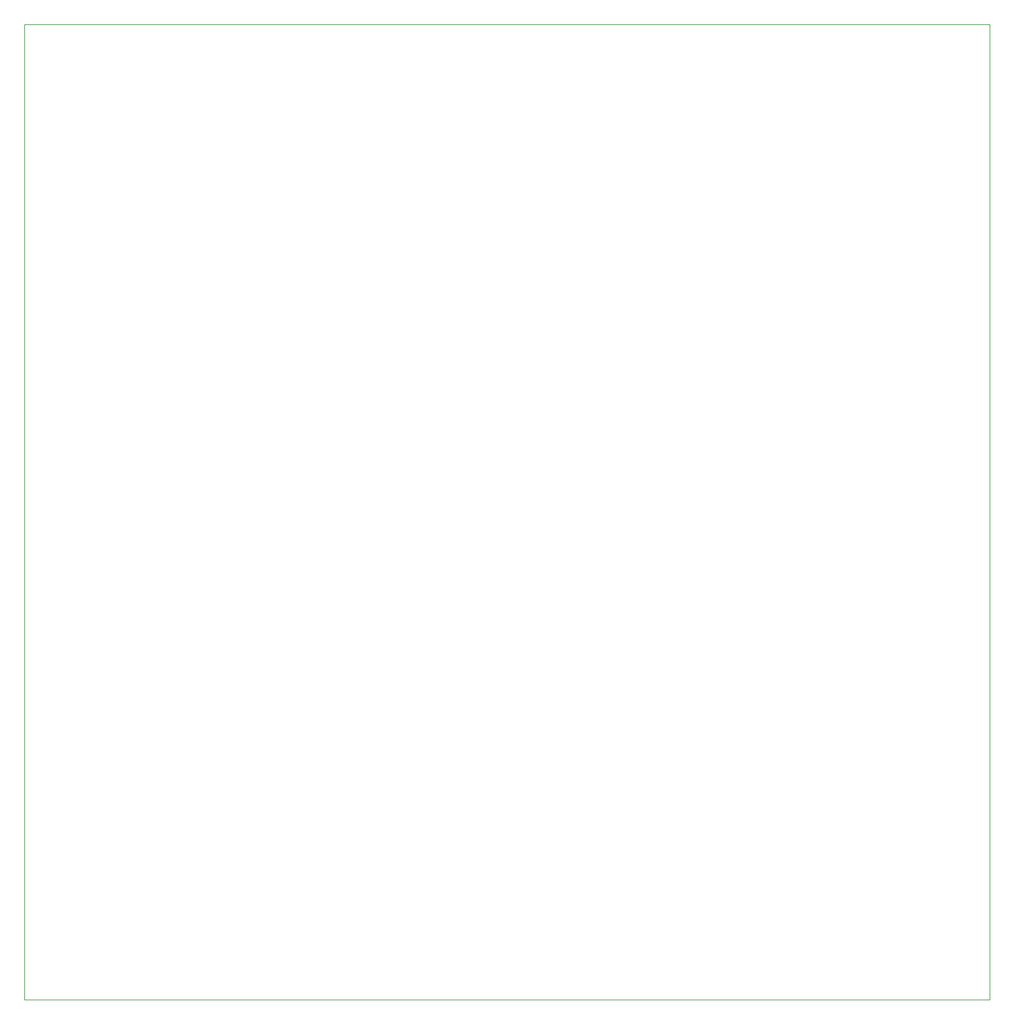
<source format=gbr>
%TF.GenerationSoftware,KiCad,Pcbnew,8.0.7*%
%TF.CreationDate,2025-03-01T22:58:23-05:00*%
%TF.ProjectId,MyFirstBuck,4d794669-7273-4744-9275-636b2e6b6963,v0*%
%TF.SameCoordinates,Original*%
%TF.FileFunction,Profile,NP*%
%FSLAX46Y46*%
G04 Gerber Fmt 4.6, Leading zero omitted, Abs format (unit mm)*
G04 Created by KiCad (PCBNEW 8.0.7) date 2025-03-01 22:58:23*
%MOMM*%
%LPD*%
G01*
G04 APERTURE LIST*
%TA.AperFunction,Profile*%
%ADD10C,0.050000*%
%TD*%
G04 APERTURE END LIST*
D10*
X35560000Y-51164000D02*
X166370000Y-51164000D01*
X166370000Y-183300000D01*
X35560000Y-183300000D01*
X35560000Y-51164000D01*
M02*

</source>
